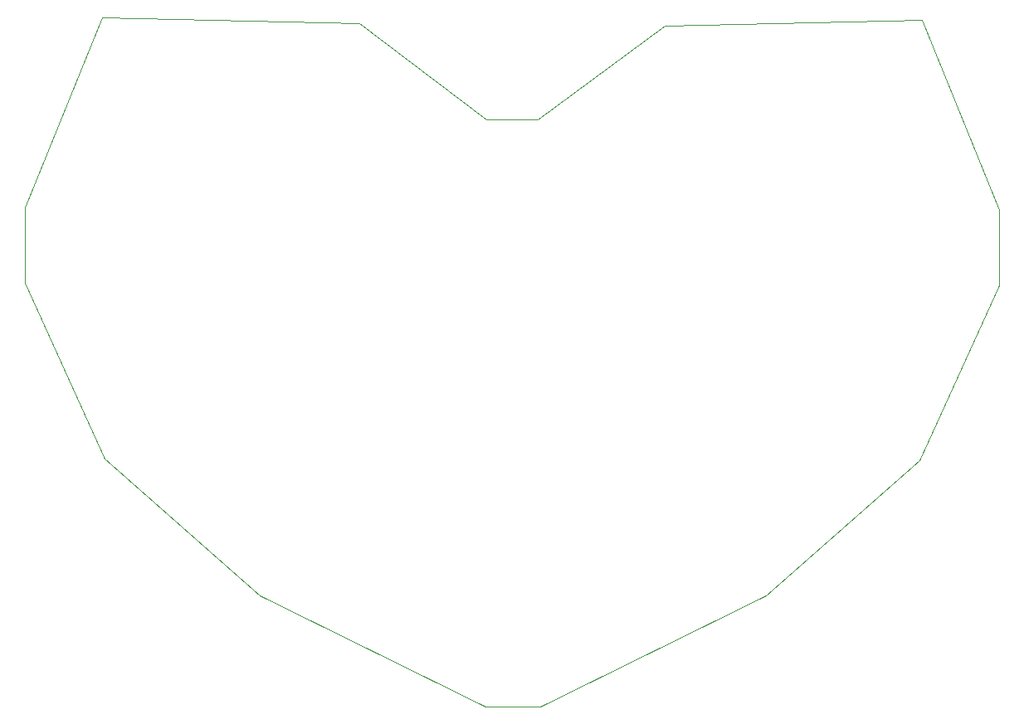
<source format=gm1>
%TF.GenerationSoftware,KiCad,Pcbnew,6.0.4-6f826c9f35~116~ubuntu20.04.1*%
%TF.CreationDate,2022-04-29T20:59:42-06:00*%
%TF.ProjectId,heart,68656172-742e-46b6-9963-61645f706362,rev?*%
%TF.SameCoordinates,Original*%
%TF.FileFunction,Profile,NP*%
%FSLAX46Y46*%
G04 Gerber Fmt 4.6, Leading zero omitted, Abs format (unit mm)*
G04 Created by KiCad (PCBNEW 6.0.4-6f826c9f35~116~ubuntu20.04.1) date 2022-04-29 20:59:42*
%MOMM*%
%LPD*%
G01*
G04 APERTURE LIST*
%TA.AperFunction,Profile*%
%ADD10C,0.100000*%
%TD*%
G04 APERTURE END LIST*
D10*
X33500000Y-103200000D02*
X33500000Y-110900000D01*
X132900000Y-111100000D02*
X132900000Y-103400000D01*
X132900000Y-103400000D02*
X125000000Y-84000000D01*
X125000000Y-84000000D02*
X98800000Y-84600000D01*
X98800000Y-84600000D02*
X85800000Y-94200000D01*
X67600000Y-84400000D02*
X41400000Y-83800000D01*
X57500000Y-142800000D02*
X80500000Y-154100000D01*
X80500000Y-154100000D02*
X86100000Y-154100000D01*
X41600000Y-128800000D02*
X57500000Y-142800000D01*
X85800000Y-94200000D02*
X80600000Y-94200000D01*
X86100000Y-154100000D02*
X109100000Y-142800000D01*
X124800000Y-129000000D02*
X132900000Y-111100000D01*
X80600000Y-94200000D02*
X67600000Y-84400000D01*
X41400000Y-83800000D02*
X33500000Y-103200000D01*
X33500000Y-110900000D02*
X41600000Y-128800000D01*
X109100000Y-142800000D02*
X124800000Y-129000000D01*
M02*

</source>
